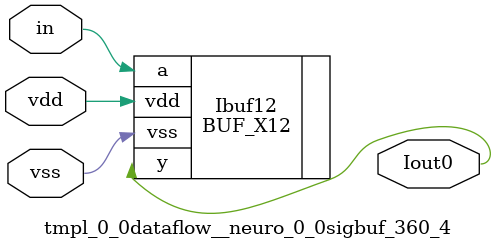
<source format=v>
module tmpl_0_0dataflow__neuro_0_0sigbuf_360_4(in, Iout0 , vdd, vss); 
   input vdd;
   input vss;
   input in;
   

// -- signals ---
   wire in;
   output Iout0 ;

// --- instances
BUF_X12 Ibuf12  (.y(Iout0 ), .a(in), .vdd(vdd), .vss(vss));
endmodule
</source>
